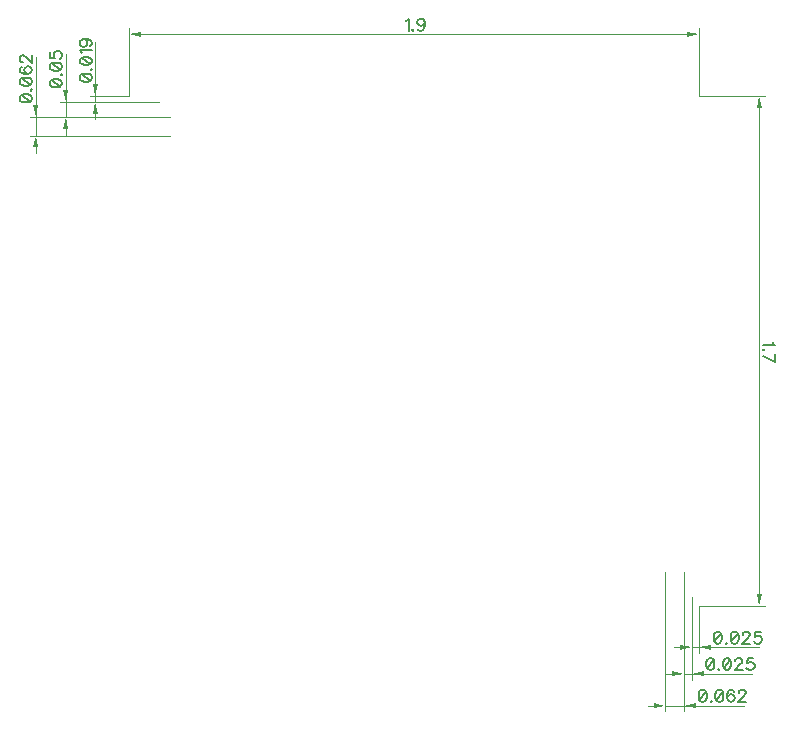
<source format=gbr>
%TF.GenerationSoftware,Novarm,DipTrace,3.3.0.1*%
%TF.CreationDate,2018-11-14T10:13:06-08:00*%
%FSLAX26Y26*%
%MOIN*%
%TF.FileFunction,Drawing,Top*%
%TF.Part,Single*%
%ADD13C,0.001378*%
%ADD99C,0.006176*%
G75*
G01*
%LPD*%
X393700Y2093700D2*
D13*
Y2319634D1*
X2293249Y2093480D2*
Y2319634D1*
X1343474Y2299949D2*
X433070D1*
G36*
X393700D2*
X433070Y2307823D1*
Y2292075D1*
X393700Y2299949D1*
G37*
X1343474D2*
D13*
X2253878D1*
G36*
X2293249D2*
X2253878Y2292075D1*
Y2307823D1*
X2293249Y2299949D1*
G37*
Y2093480D2*
D13*
X2513385D1*
X2293700Y393700D2*
X2513385D1*
X2493700Y1243590D2*
Y2054109D1*
G36*
Y2093480D2*
X2501574Y2054109D1*
X2485826D1*
X2493700Y2093480D1*
G37*
Y1243590D2*
D13*
Y433070D1*
G36*
Y393700D2*
X2485826Y433070D1*
X2501574D1*
X2493700Y393700D1*
G37*
X393700Y2093700D2*
D13*
X261275D1*
X493700Y2074949D2*
X261275D1*
X280960Y2093700D2*
Y2074949D1*
Y2152755D2*
Y2133070D1*
G36*
Y2093700D2*
X273086Y2133070D1*
X288834D1*
X280960Y2093700D1*
G37*
Y2015894D2*
D13*
Y2035579D1*
G36*
Y2074949D2*
X288834Y2035579D1*
X273086D1*
X280960Y2074949D1*
G37*
Y2274400D2*
D13*
Y2093700D1*
X493700Y2074949D2*
X161515D1*
X530934Y2024743D2*
X161515D1*
X181200Y2074949D2*
Y2024743D1*
Y2134004D2*
Y2114319D1*
G36*
Y2074949D2*
X173326Y2114319D1*
X189074D1*
X181200Y2074949D1*
G37*
Y1965688D2*
D13*
Y1985373D1*
G36*
Y2024743D2*
X189074Y1985373D1*
X173326D1*
X181200Y2024743D1*
G37*
Y2235604D2*
D13*
Y2074949D1*
X530934Y2024743D2*
X61515D1*
X530934Y1962243D2*
X61515D1*
X81200Y2024743D2*
Y1962243D1*
Y2083798D2*
Y2064113D1*
G36*
Y2024743D2*
X73326Y2064113D1*
X89074D1*
X81200Y2024743D1*
G37*
Y1903188D2*
D13*
Y1922873D1*
G36*
Y1962243D2*
X89074Y1922873D1*
X73326D1*
X81200Y1962243D1*
G37*
Y2222599D2*
D13*
Y2024743D1*
X2293700Y393700D2*
Y236487D1*
X2268700Y424949D2*
Y236487D1*
Y256172D2*
X2293700D1*
X2209645D2*
X2229330D1*
G36*
X2268700D2*
X2229330Y248298D1*
Y264046D1*
X2268700Y256172D1*
G37*
X2352755D2*
D13*
X2333070D1*
G36*
X2293700D2*
X2333070Y264046D1*
Y248298D1*
X2293700Y256172D1*
G37*
X2493501D2*
D13*
X2293700D1*
X2268700Y424949D2*
Y148997D1*
X2243260Y506146D2*
Y148997D1*
Y168682D2*
X2268700D1*
X2184205D2*
X2203890D1*
G36*
X2243260D2*
X2203890Y160808D1*
Y176556D1*
X2243260Y168682D1*
G37*
X2327755D2*
D13*
X2308070D1*
G36*
X2268700D2*
X2308070Y176556D1*
Y160808D1*
X2268700Y168682D1*
G37*
X2468501D2*
D13*
X2268700D1*
X2243260Y506146D2*
Y42758D1*
X2180760Y506146D2*
Y42758D1*
Y62443D2*
X2243260D1*
X2121705D2*
X2141390D1*
G36*
X2180760D2*
X2141390Y54569D1*
Y70317D1*
X2180760Y62443D1*
G37*
X2302315D2*
D13*
X2282630D1*
G36*
X2243260D2*
X2282630Y70317D1*
Y54569D1*
X2243260Y62443D1*
G37*
X2441116D2*
D13*
X2243260D1*
X1315043Y2344659D2*
D99*
X1318890Y2346604D1*
X1324638Y2352308D1*
Y2312160D1*
X1338891Y2316007D2*
X1336989Y2314061D1*
X1338891Y2312160D1*
X1340836Y2314061D1*
X1338891Y2316007D1*
X1378081Y2338955D2*
X1376136Y2333207D1*
X1372333Y2329360D1*
X1366585Y2327459D1*
X1364684D1*
X1358936Y2329360D1*
X1355133Y2333207D1*
X1353188Y2338955D1*
Y2340856D1*
X1355133Y2346604D1*
X1358936Y2350407D1*
X1364684Y2352308D1*
X1366585D1*
X1372333Y2350407D1*
X1376136Y2346604D1*
X1378081Y2338955D1*
Y2329360D1*
X1376136Y2319809D1*
X1372333Y2314061D1*
X1366585Y2312160D1*
X1362782D1*
X1357034Y2314061D1*
X1355133Y2317908D1*
X2538409Y1272971D2*
X2540355Y1269125D1*
X2546059Y1263377D1*
X2505911D1*
X2509758Y1249124D2*
X2507812Y1251025D1*
X2505911Y1249124D1*
X2507812Y1247178D1*
X2509758Y1249124D1*
X2505911Y1227178D2*
X2546059Y1208032D1*
Y1234827D1*
X228601Y2153830D2*
X230503Y2148082D1*
X236251Y2144235D1*
X245801Y2142334D1*
X251549D1*
X261100Y2144235D1*
X266848Y2148082D1*
X268749Y2153830D1*
Y2157632D1*
X266848Y2163380D1*
X261100Y2167183D1*
X251549Y2169128D1*
X245801D1*
X236251Y2167183D1*
X230503Y2163380D1*
X228601Y2157632D1*
Y2153830D1*
X236251Y2167183D2*
X261100Y2144235D1*
X264902Y2183381D2*
X266848Y2181480D1*
X268749Y2183381D1*
X266848Y2185326D1*
X264902Y2183381D1*
X228601Y2209174D2*
X230503Y2203426D1*
X236251Y2199579D1*
X245801Y2197678D1*
X251549D1*
X261100Y2199579D1*
X266848Y2203426D1*
X268749Y2209174D1*
Y2212976D1*
X266848Y2218724D1*
X261100Y2222527D1*
X251549Y2224473D1*
X245801D1*
X236251Y2222527D1*
X230503Y2218724D1*
X228601Y2212976D1*
Y2209174D1*
X236251Y2222527D2*
X261100Y2199579D1*
X236251Y2236824D2*
X234305Y2240671D1*
X228601Y2246419D1*
X268749D1*
X241954Y2283664D2*
X247702Y2281718D1*
X251549Y2277915D1*
X253450Y2272167D1*
Y2270266D1*
X251549Y2264518D1*
X247702Y2260716D1*
X241954Y2258770D1*
X240053D1*
X234305Y2260716D1*
X230503Y2264518D1*
X228601Y2270266D1*
Y2272167D1*
X230503Y2277915D1*
X234305Y2281718D1*
X241954Y2283664D1*
X251549D1*
X261100Y2281718D1*
X266848Y2277915D1*
X268749Y2272167D1*
Y2268365D1*
X266848Y2262617D1*
X263001Y2260716D1*
X128841Y2135079D2*
X130743Y2129331D1*
X136491Y2125484D1*
X146041Y2123583D1*
X151789D1*
X161340Y2125484D1*
X167088Y2129331D1*
X168989Y2135079D1*
Y2138882D1*
X167088Y2144630D1*
X161340Y2148432D1*
X151789Y2150378D1*
X146041D1*
X136491Y2148432D1*
X130743Y2144630D1*
X128841Y2138882D1*
Y2135079D1*
X136491Y2148432D2*
X161340Y2125484D1*
X165142Y2164630D2*
X167088Y2162729D1*
X168989Y2164630D1*
X167088Y2166576D1*
X165142Y2164630D1*
X128841Y2190423D2*
X130743Y2184675D1*
X136491Y2180828D1*
X146041Y2178927D1*
X151789D1*
X161340Y2180828D1*
X167088Y2184675D1*
X168989Y2190423D1*
Y2194226D1*
X167088Y2199974D1*
X161340Y2203776D1*
X151789Y2205722D1*
X146041D1*
X136491Y2203776D1*
X130743Y2199974D1*
X128841Y2194226D1*
Y2190423D1*
X136491Y2203776D2*
X161340Y2180828D1*
X128841Y2241021D2*
Y2221920D1*
X146041Y2220019D1*
X144140Y2221920D1*
X142195Y2227668D1*
Y2233372D1*
X144140Y2239120D1*
X147943Y2242967D1*
X153691Y2244868D1*
X157493D1*
X163241Y2242967D1*
X167088Y2239120D1*
X168989Y2233372D1*
Y2227668D1*
X167088Y2221920D1*
X165142Y2220019D1*
X161340Y2218073D1*
X28841Y2084873D2*
X30743Y2079125D1*
X36491Y2075278D1*
X46041Y2073377D1*
X51789D1*
X61340Y2075278D1*
X67088Y2079125D1*
X68989Y2084873D1*
Y2088676D1*
X67088Y2094424D1*
X61340Y2098226D1*
X51789Y2100172D1*
X46041D1*
X36491Y2098226D1*
X30743Y2094424D1*
X28841Y2088676D1*
Y2084873D1*
X36491Y2098226D2*
X61340Y2075278D1*
X65142Y2114424D2*
X67088Y2112523D1*
X68989Y2114424D1*
X67088Y2116370D1*
X65142Y2114424D1*
X28841Y2140217D2*
X30743Y2134469D1*
X36491Y2130622D1*
X46041Y2128721D1*
X51789D1*
X61340Y2130622D1*
X67088Y2134469D1*
X68989Y2140217D1*
Y2144020D1*
X67088Y2149768D1*
X61340Y2153570D1*
X51789Y2155516D1*
X46041D1*
X36491Y2153570D1*
X30743Y2149768D1*
X28841Y2144020D1*
Y2140217D1*
X36491Y2153570D2*
X61340Y2130622D1*
X34545Y2190815D2*
X30743Y2188914D1*
X28841Y2183166D1*
Y2179363D1*
X30743Y2173615D1*
X36491Y2169768D1*
X46041Y2167867D1*
X55592D1*
X63241Y2169768D1*
X67088Y2173615D1*
X68989Y2179363D1*
Y2181265D1*
X67088Y2186968D1*
X63241Y2190815D1*
X57493Y2192716D1*
X55592D1*
X49844Y2190815D1*
X46041Y2186968D1*
X44140Y2181265D1*
Y2179363D1*
X46041Y2173615D1*
X49844Y2169768D1*
X55592Y2167867D1*
X38392Y2207013D2*
X36491D1*
X32644Y2208915D1*
X30743Y2210816D1*
X28841Y2214663D1*
Y2222312D1*
X30743Y2226114D1*
X32644Y2228016D1*
X36491Y2229961D1*
X40293D1*
X44140Y2228016D1*
X49844Y2224213D1*
X68989Y2205068D1*
Y2231862D1*
X2353830Y308531D2*
X2348082Y306630D1*
X2344235Y300882D1*
X2342334Y291331D1*
Y285583D1*
X2344235Y276033D1*
X2348082Y270284D1*
X2353830Y268383D1*
X2357632D1*
X2363380Y270284D1*
X2367183Y276033D1*
X2369128Y285583D1*
Y291331D1*
X2367183Y300882D1*
X2363380Y306630D1*
X2357632Y308531D1*
X2353830D1*
X2367183Y300882D2*
X2344235Y276033D1*
X2383381Y272230D2*
X2381480Y270284D1*
X2383381Y268383D1*
X2385326Y270284D1*
X2383381Y272230D1*
X2409174Y308531D2*
X2403426Y306630D1*
X2399579Y300882D1*
X2397678Y291331D1*
Y285583D1*
X2399579Y276033D1*
X2403426Y270284D1*
X2409174Y268383D1*
X2412976D1*
X2418724Y270284D1*
X2422527Y276033D1*
X2424473Y285583D1*
Y291331D1*
X2422527Y300882D1*
X2418724Y306630D1*
X2412976Y308531D1*
X2409174D1*
X2422527Y300882D2*
X2399579Y276033D1*
X2438769Y298980D2*
Y300882D1*
X2440671Y304728D1*
X2442572Y306630D1*
X2446419Y308531D1*
X2454068D1*
X2457871Y306630D1*
X2459772Y304728D1*
X2461717Y300882D1*
Y297079D1*
X2459772Y293232D1*
X2455969Y287529D1*
X2436824Y268383D1*
X2463619D1*
X2498918Y308531D2*
X2479817D1*
X2477915Y291331D1*
X2479817Y293232D1*
X2485565Y295178D1*
X2491269D1*
X2497017Y293232D1*
X2500863Y289430D1*
X2502765Y283682D1*
Y279879D1*
X2500863Y274131D1*
X2497017Y270284D1*
X2491269Y268383D1*
X2485565D1*
X2479817Y270284D1*
X2477915Y272230D1*
X2475970Y276033D1*
X2328830Y221040D2*
X2323082Y219139D1*
X2319235Y213391D1*
X2317334Y203840D1*
Y198092D1*
X2319235Y188542D1*
X2323082Y182794D1*
X2328830Y180892D1*
X2332632D1*
X2338380Y182794D1*
X2342183Y188542D1*
X2344128Y198092D1*
Y203840D1*
X2342183Y213391D1*
X2338380Y219139D1*
X2332632Y221040D1*
X2328830D1*
X2342183Y213391D2*
X2319235Y188542D1*
X2358381Y184739D2*
X2356480Y182794D1*
X2358381Y180892D1*
X2360326Y182794D1*
X2358381Y184739D1*
X2384174Y221040D2*
X2378426Y219139D1*
X2374579Y213391D1*
X2372678Y203840D1*
Y198092D1*
X2374579Y188542D1*
X2378426Y182794D1*
X2384174Y180892D1*
X2387976D1*
X2393724Y182794D1*
X2397527Y188542D1*
X2399473Y198092D1*
Y203840D1*
X2397527Y213391D1*
X2393724Y219139D1*
X2387976Y221040D1*
X2384174D1*
X2397527Y213391D2*
X2374579Y188542D1*
X2413769Y211490D2*
Y213391D1*
X2415671Y217238D1*
X2417572Y219139D1*
X2421419Y221040D1*
X2429068D1*
X2432871Y219139D1*
X2434772Y217238D1*
X2436717Y213391D1*
Y209588D1*
X2434772Y205742D1*
X2430969Y200038D1*
X2411824Y180892D1*
X2438619D1*
X2473918Y221040D2*
X2454817D1*
X2452915Y203840D1*
X2454817Y205742D1*
X2460565Y207687D1*
X2466269D1*
X2472017Y205742D1*
X2475863Y201939D1*
X2477765Y196191D1*
Y192388D1*
X2475863Y186640D1*
X2472017Y182794D1*
X2466269Y180892D1*
X2460565D1*
X2454817Y182794D1*
X2452915Y184739D1*
X2450970Y188542D1*
X2303390Y114801D2*
X2297642Y112900D1*
X2293795Y107152D1*
X2291894Y97601D1*
Y91853D1*
X2293795Y82303D1*
X2297642Y76555D1*
X2303390Y74654D1*
X2307193D1*
X2312941Y76555D1*
X2316743Y82303D1*
X2318689Y91853D1*
Y97601D1*
X2316743Y107152D1*
X2312941Y112900D1*
X2307193Y114801D1*
X2303390D1*
X2316743Y107152D2*
X2293795Y82303D1*
X2332941Y78500D2*
X2331040Y76555D1*
X2332941Y74654D1*
X2334887Y76555D1*
X2332941Y78500D1*
X2358734Y114801D2*
X2352986Y112900D1*
X2349139Y107152D1*
X2347238Y97601D1*
Y91853D1*
X2349139Y82303D1*
X2352986Y76555D1*
X2358734Y74654D1*
X2362537D1*
X2368285Y76555D1*
X2372087Y82303D1*
X2374033Y91853D1*
Y97601D1*
X2372087Y107152D1*
X2368285Y112900D1*
X2362537Y114801D1*
X2358734D1*
X2372087Y107152D2*
X2349139Y82303D1*
X2409332Y109098D2*
X2407431Y112900D1*
X2401683Y114801D1*
X2397880D1*
X2392132Y112900D1*
X2388286Y107152D1*
X2386384Y97601D1*
Y88051D1*
X2388286Y80402D1*
X2392132Y76555D1*
X2397880Y74654D1*
X2399782D1*
X2405485Y76555D1*
X2409332Y80402D1*
X2411233Y86150D1*
Y88051D1*
X2409332Y93799D1*
X2405485Y97601D1*
X2399782Y99503D1*
X2397880D1*
X2392132Y97601D1*
X2388286Y93799D1*
X2386384Y88051D1*
X2425530Y105251D2*
Y107152D1*
X2427432Y110999D1*
X2429333Y112900D1*
X2433180Y114801D1*
X2440829D1*
X2444632Y112900D1*
X2446533Y110999D1*
X2448478Y107152D1*
Y103349D1*
X2446533Y99503D1*
X2442730Y93799D1*
X2423585Y74654D1*
X2450380D1*
M02*

</source>
